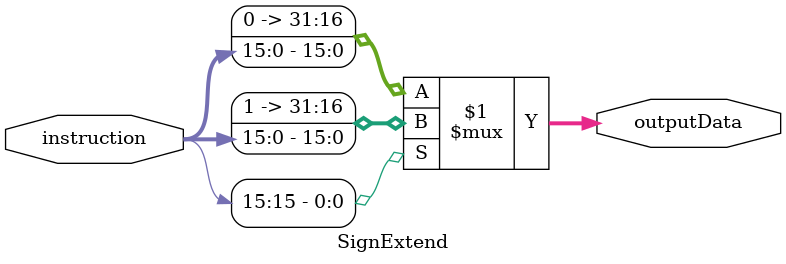
<source format=v>
`timescale 1ns / 1ps


module SignExtend(
    input [15:0] instruction,
    output [31:0] outputData
    );
    assign outputData = instruction[15:15] ? {16'hffff, instruction} : {16'h0000, instruction}; //¸ù¾Ý·ûºÅÎ»½øÐÐÏàÓ¦µÄ·ûºÅÍØÕ¹
endmodule

</source>
